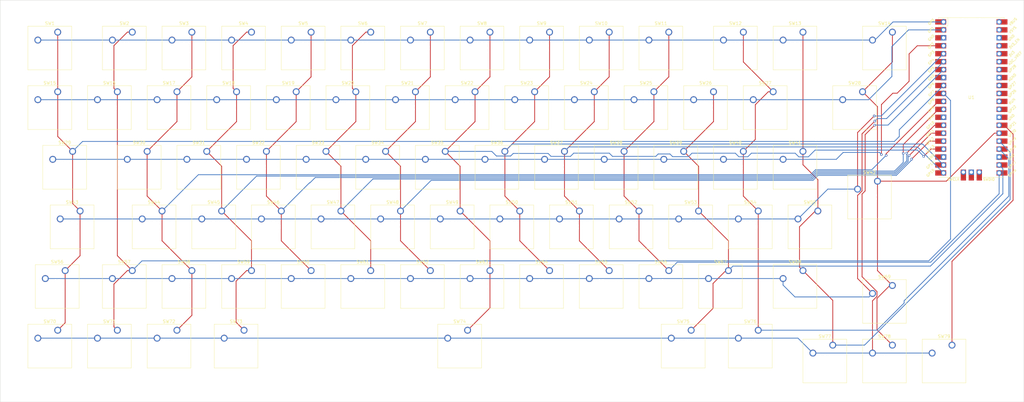
<source format=kicad_pcb>
(kicad_pcb (version 20221018) (generator pcbnew)
  (title_block (date "2023-10-21"))
  (layers (0 "F.Cu" signal) (31 "B.Cu" signal) (34 "B.Paste" user) (35 "F.Paste" user) (36 "B.SilkS" user "B.Silkscreen") (37 "F.SilkS" user "F.Silkscreen") (38 "B.Mask" user) (39 "F.Mask" user) (44 "Edge.Cuts" user))
  (net 0 "")
  (net 1 "B6")
  (net 2 "B0")
  (net 3 "B7")
  (net 4 "F0")
  (net 5 "F1")
  (net 6 "F4")
  (net 7 "F5")
  (net 8 "F6")
  (net 9 "F7")
  (net 10 "C6")
  (net 11 "C7")
  (net 12 "D0")
  (net 13 "D2")
  (net 14 "D3")
  (net 15 "D4")
  (net 16 "B1")
  (net 17 "D1")
  (net 18 "B2")
  (net 19 "B3")
  (net 20 "B4")
  (net 21 "B5")
  (net 22 "D5")
  (footprint "Button_Switch_Keyboard:SW_Cherry_MX_1.00u_PCB" (layer "F.Cu") (at 172.6375 34.525)
    (fp_text reference "SW8")
    (fp_text value "F7")
  )
  (footprint "Button_Switch_Keyboard:SW_Cherry_MX_1.00u_PCB" (layer "F.Cu") (at 320.275 134.5375)
    (fp_text reference "SW79")
    (fp_text value "RIGHT")
  )
  (footprint "Button_Switch_Keyboard:SW_Cherry_MX_1.00u_PCB" (layer "F.Cu") (at 301.225 34.525)
    (fp_text reference "SW14")
    (fp_text value "DELETE")
  )
  (footprint "Button_Switch_Keyboard:SW_Cherry_MX_1.00u_PCB" (layer "F.Cu") (at 258.3625 129.775)
    (fp_text reference "SW76")
    (fp_text value "RIGHTCTRL")
  )
  (footprint "Button_Switch_Keyboard:SW_Cherry_MX_1.00u_PCB" (layer "F.Cu") (at 53.575 53.575)
    (fp_text reference "SW16")
    (fp_text value "1")
  )
  (footprint "Button_Switch_Keyboard:SW_Cherry_MX_1.00u_PCB" (layer "F.Cu") (at 101.2 72.625)
    (fp_text reference "SW32")
    (fp_text value "E")
  )
  (footprint "Button_Switch_Keyboard:SW_Cherry_MX_1.00u_PCB" (layer "F.Cu") (at 67.8625 91.675)
    (fp_text reference "SW44")
    (fp_text value "A")
  )
  (footprint "Button_Switch_Keyboard:SW_Cherry_MX_1.00u_PCB" (layer "F.Cu") (at 110.725 53.575)
    (fp_text reference "SW19")
    (fp_text value "4")
  )
  (footprint "Button_Switch_Keyboard:SW_Cherry_MX_1.25u_PCB" (layer "F.Cu") (at 94.05625 129.775)
    (fp_text reference "SW73")
    (fp_text value "LEFTALT")
  )
  (footprint "Button_Switch_Keyboard:SW_Cherry_MX_1.00u_PCB" (layer "F.Cu") (at 172.6375 110.725)
    (fp_text reference "SW63")
    (fp_text value "N")
  )
  (footprint "Button_Switch_Keyboard:SW_Cherry_MX_2.00u_PCB" (layer "F.Cu") (at 291.7 53.575)
    (fp_text reference "SW28")
    (fp_text value "BACKSPACE")
  )
  (footprint "Button_Switch_Keyboard:SW_Cherry_MX_1.00u_PCB" (layer "F.Cu") (at 96.4375 110.725)
    (fp_text reference "SW59")
    (fp_text value "X")
  )
  (footprint "Button_Switch_Keyboard:SW_Cherry_MX_1.00u_PCB" (layer "F.Cu") (at 91.675 53.575)
    (fp_text reference "SW18")
    (fp_text value "3")
  )
  (footprint "Button_Switch_Keyboard:SW_Cherry_MX_6.25u_PCB" (layer "F.Cu") (at 165.49375 129.775)
    (fp_text reference "SW74")
    (fp_text value "SPACE")
  )
  (footprint "Button_Switch_Keyboard:SW_Cherry_MX_1.00u_PCB" (layer "F.Cu") (at 272.65 72.625)
    (fp_text reference "SW41")
    (fp_text value "RIGHTBRACE")
  )
  (footprint "Button_Switch_Keyboard:SW_Cherry_MX_1.00u_PCB" (layer "F.Cu") (at 139.3 72.625)
    (fp_text reference "SW34")
    (fp_text value "T")
  )
  (footprint "Button_Switch_Keyboard:SW_Cherry_MX_1.00u_PCB" (layer "F.Cu") (at 258.3625 91.675)
    (fp_text reference "SW54")
    (fp_text value "At")
  )
  (footprint "Button_Switch_Keyboard:SW_Cherry_MX_1.00u_PCB" (layer "F.Cu") (at 196.45 72.625)
    (fp_text reference "SW37")
    (fp_text value "I")
  )
  (footprint "Button_Switch_Keyboard:SW_Cherry_MX_1.00u_PCB" (layer "F.Cu") (at 163.1125 91.675)
    (fp_text reference "SW49")
    (fp_text value "H")
  )
  (footprint "Button_Switch_Keyboard:SW_Cherry_MX_1.00u_PCB" (layer "F.Cu") (at 215.5 72.625)
    (fp_text reference "SW38")
    (fp_text value "O")
  )
  (footprint "Button_Switch_Keyboard:SW_Cherry_MX_1.00u_PCB" (layer "F.Cu") (at 210.7375 34.525)
    (fp_text reference "SW10")
    (fp_text value "F9")
  )
  (footprint "Button_Switch_Keyboard:SW_Cherry_MX_1.00u_PCB" (layer "F.Cu") (at 248.8375 110.725)
    (fp_text reference "SW67")
    (fp_text value "SLASH")
  )
  (footprint "Button_Switch_Keyboard:SW_Cherry_MX_1.00u_PCB" (layer "F.Cu") (at 229.7875 110.725)
    (fp_text reference "SW66")
    (fp_text value "PERIOD")
  )
  (footprint "Button_Switch_Keyboard:SW_Cherry_MX_1.00u_PCB" (layer "F.Cu") (at 182.1625 91.675)
    (fp_text reference "SW50")
    (fp_text value "J")
  )
  (footprint "Button_Switch_Keyboard:SW_Cherry_MX_1.00u_PCB" (layer "F.Cu") (at 129.775 53.575)
    (fp_text reference "SW20")
    (fp_text value "5")
  )
  (footprint "Button_Switch_Keyboard:SW_Cherry_MX_1.00u_PCB" (layer "F.Cu") (at 120.25 72.625)
    (fp_text reference "SW33")
    (fp_text value "R")
  )
  (footprint "Button_Switch_Keyboard:SW_Cherry_MX_1.00u_PCB" (layer "F.Cu") (at 191.6875 34.525)
    (fp_text reference "SW9")
    (fp_text value "F8")
  )
  (footprint "Button_Switch_Keyboard:SW_Cherry_MX_1.25u_PCB" (layer "F.Cu") (at 236.93125 129.775)
    (fp_text reference "SW75")
    (fp_text value "RIGHTALT")
  )
  (footprint "pico:RPi_Pico_SMD_TH" (layer "F.Cu") (at 326.4542 55.387)
    (fp_text reference "U1")
    (fp_text value "Pico")
  )
  (footprint "Button_Switch_Keyboard:SW_Cherry_MX_1.75u_PCB" (layer "F.Cu") (at 41.66875 91.675)
    (fp_text reference "SW43")
    (fp_text value "CAPS_LOCK")
  )
  (footprint "Button_Switch_Keyboard:SW_Cherry_MX_1.00u_PCB" (layer "F.Cu") (at 225.025 53.575)
    (fp_text reference "SW25")
    (fp_text value "0")
  )
  (footprint "Button_Switch_Keyboard:SW_Cherry_MX_1.00u_PCB" (layer "F.Cu") (at 115.4875 34.525)
    (fp_text reference "SW5")
    (fp_text value "F4")
  )
  (footprint "Button_Switch_Keyboard:SW_Cherry_MX_1.00u_PCB" (layer "F.Cu") (at 63.1 72.625)
    (fp_text reference "SW30")
    (fp_text value "Q")
  )
  (footprint "Button_Switch_Keyboard:SW_Cherry_MX_1.00u_PCB" (layer "F.Cu") (at 77.3875 110.725)
    (fp_text reference "SW58")
    (fp_text value "Z")
  )
  (footprint "Button_Switch_Keyboard:SW_Cherry_MX_1.00u_PCB" (layer "F.Cu") (at 58.3375 110.725)
    (fp_text reference "SW57")
    (fp_text value "BACKSLASH")
  )
  (footprint "Button_Switch_Keyboard:SW_Cherry_MX_1.00u_PCB" (layer "F.Cu") (at 244.075 53.575)
    (fp_text reference "SW26")
    (fp_text value "MINUS")
  )
  (footprint "Button_Switch_Keyboard:SW_Cherry_MX_1.00u_PCB" (layer "F.Cu") (at 148.825 53.575)
    (fp_text reference "SW21")
    (fp_text value "6")
  )
  (footprint "Button_Switch_Keyboard:SW_Cherry_MX_1.00u_PCB" (layer "F.Cu") (at 239.3125 91.675)
    (fp_text reference "SW53")
    (fp_text value "SEMICOLON")
  )
  (footprint "Button_Switch_Keyboard:SW_Cherry_MX_1.00u_PCB" (layer "F.Cu") (at 105.9625 91.675)
    (fp_text reference "SW46")
    (fp_text value "D")
  )
  (footprint "Button_Switch_Keyboard:SW_Cherry_MX_2.00u_Vertical_PCB" (layer "F.Cu") (at 296.4625 82.15)
    (fp_text reference "SW42")
    (fp_text value "ENTER")
  )
  (footprint "Button_Switch_Keyboard:SW_Cherry_MX_1.00u_PCB" (layer "F.Cu") (at 201.2125 91.675)
    (fp_text reference "SW51")
    (fp_text value "K")
  )
  (footprint "Button_Switch_Keyboard:SW_Cherry_MX_1.50u_PCB" (layer "F.Cu") (at 272.65 110.725)
    (fp_text reference "SW68")
    (fp_text value "RIGHTSHIFT")
  )
  (footprint "Button_Switch_Keyboard:SW_Cherry_MX_1.00u_PCB" (layer "F.Cu") (at 301.225 134.5375)
    (fp_text reference "SW78")
    (fp_text value "DOWN")
  )
  (footprint "Button_Switch_Keyboard:SW_Cherry_MX_1.00u_PCB" (layer "F.Cu") (at 210.7375 110.725)
    (fp_text reference "SW65")
    (fp_text value "COMMA")
  )
  (footprint "Button_Switch_Keyboard:SW_Cherry_MX_1.00u_PCB" (layer "F.Cu") (at 186.925 53.575)
    (fp_text reference "SW23")
    (fp_text value "8")
  )
  (footprint "Button_Switch_Keyboard:SW_Cherry_MX_1.00u_PCB" (layer "F.Cu") (at 282.175 134.5375)
    (fp_text reference "SW77")
    (fp_text value "LEFT")
  )
  (footprint "Button_Switch_Keyboard:SW_Cherry_MX_1.00u_PCB" (layer "F.Cu") (at 253.6 34.525)
    (fp_text reference "SW12")
    (fp_text value "NUM_LOCK")
  )
  (footprint "Button_Switch_Keyboard:SW_Cherry_MX_1.00u_PCB" (layer "F.Cu") (at 234.55 72.625)
    (fp_text reference "SW39")
    (fp_text value "P")
  )
  (footprint "Button_Switch_Keyboard:SW_Cherry_MX_1.00u_PCB" (layer "F.Cu") (at 125.0125 91.675)
    (fp_text reference "SW47")
    (fp_text value "F")
  )
  (footprint "Button_Switch_Keyboard:SW_Cherry_MX_1.00u_PCB" (layer "F.Cu") (at 134.5375 34.525)
    (fp_text reference "SW6")
    (fp_text value "F5")
  )
  (footprint "Button_Switch_Keyboard:SW_Cherry_MX_1.00u_PCB" (layer "F.Cu") (at 144.0625 91.675)
    (fp_text reference "SW48")
    (fp_text value "G")
  )
  (footprint "Button_Switch_Keyboard:SW_Cherry_MX_1.00u_PCB" (layer "F.Cu") (at 86.9125 91.675)
    (fp_text reference "SW45")
    (fp_text value "S")
  )
  (footprint "Button_Switch_Keyboard:SW_Cherry_MX_1.25u_PCB" (layer "F.Cu") (at 36.90625 110.725)
    (fp_text reference "SW56")
    (fp_text value "LEFTSHIFT")
  )
  (footprint "Button_Switch_Keyboard:SW_Cherry_MX_1.00u_PCB" (layer "F.Cu") (at 205.975 53.575)
    (fp_text reference "SW24")
    (fp_text value "9")
  )
  (footprint "Button_Switch_Keyboard:SW_Cherry_MX_1.00u_PCB" (layer "F.Cu") (at 263.125 53.575)
    (fp_text reference "SW27")
    (fp_text value "PLUS")
  )
  (footprint "Button_Switch_Keyboard:SW_Cherry_MX_1.00u_PCB" (layer "F.Cu") (at 115.4875 110.725)
    (fp_text reference "SW60")
    (fp_text value "C")
  )
  (footprint "Button_Switch_Keyboard:SW_Cherry_MX_1.00u_PCB" (layer "F.Cu") (at 229.7875 34.525)
    (fp_text reference "SW11")
    (fp_text value "F10")
  )
  (footprint "Button_Switch_Keyboard:SW_Cherry_MX_1.00u_PCB" (layer "F.Cu") (at 82.15 72.625)
    (fp_text reference "SW31")
    (fp_text value "W")
  )
  (footprint "Button_Switch_Keyboard:SW_Cherry_MX_1.00u_PCB" (layer "F.Cu") (at 177.4 72.625)
    (fp_text reference "SW36")
    (fp_text value "U")
  )
  (footprint "Button_Switch_Keyboard:SW_Cherry_MX_1.00u_PCB" (layer "F.Cu") (at 96.4375 34.525)
    (fp_text reference "SW4")
    (fp_text value "F3")
  )
  (footprint "Button_Switch_Keyboard:SW_Cherry_MX_1.00u_PCB" (layer "F.Cu") (at 72.625 129.775)
    (fp_text reference "SW72")
    (fp_text value "OS")
  )
  (footprint "Button_Switch_Keyboard:SW_Cherry_MX_1.50u_PCB" (layer "F.Cu") (at 39.2875 72.625)
    (fp_text reference "SW29")
    (fp_text value "TAB")
  )
  (footprint "Button_Switch_Keyboard:SW_Cherry_MX_1.00u_PCB" (layer "F.Cu") (at 34.525 129.775)
    (fp_text reference "SW70")
    (fp_text value "LEFTCTRL")
  )
  (footprint "Button_Switch_Keyboard:SW_Cherry_MX_1.00u_PCB" (layer "F.Cu") (at 34.525 34.525)
    (fp_text reference "SW1")
    (fp_text value "ESC")
  )
  (footprint "Button_Switch_Keyboard:SW_Cherry_MX_1.00u_PCB" (layer "F.Cu") (at 253.6 72.625)
    (fp_text reference "SW40")
    (fp_text value "LEFTBRACE")
  )
  (footprint "Button_Switch_Keyboard:SW_Cherry_MX_1.00u_PCB" (layer "F.Cu") (at 301.225 115.4875)
    (fp_text reference "SW69")
    (fp_text value "UP")
  )
  (footprint "Button_Switch_Keyboard:SW_Cherry_MX_1.00u_PCB" (layer "F.Cu") (at 34.525 53.575)
    (fp_text reference "SW15")
    (fp_text value "BACKTICK")
  )
  (footprint "Button_Switch_Keyboard:SW_Cherry_MX_1.00u_PCB" (layer "F.Cu") (at 53.575 129.775)
    (fp_text reference "SW71")
    (fp_text value "FN")
  )
  (footprint "Button_Switch_Keyboard:SW_Cherry_MX_1.00u_PCB" (layer "F.Cu") (at 277.4125 91.675)
    (fp_text reference "SW55")
    (fp_text value "POUND")
  )
  (footprint "Button_Switch_Keyboard:SW_Cherry_MX_1.00u_PCB" (layer "F.Cu") (at 158.35 72.625)
    (fp_text reference "SW35")
    (fp_text value "Y")
  )
  (footprint "Button_Switch_Keyboard:SW_Cherry_MX_1.00u_PCB" (layer "F.Cu") (at 167.875 53.575)
    (fp_text reference "SW22")
    (fp_text value "7")
  )
  (footprint "Button_Switch_Keyboard:SW_Cherry_MX_1.00u_PCB" (layer "F.Cu") (at 153.5875 110.725)
    (fp_text reference "SW62")
    (fp_text value "B")
  )
  (footprint "Button_Switch_Keyboard:SW_Cherry_MX_1.00u_PCB" (layer "F.Cu") (at 58.3375 34.525)
    (fp_text reference "SW2")
    (fp_text value "F1")
  )
  (footprint "Button_Switch_Keyboard:SW_Cherry_MX_1.00u_PCB" (layer "F.Cu") (at 191.6875 110.725)
    (fp_text reference "SW64")
    (fp_text value "M")
  )
  (footprint "Button_Switch_Keyboard:SW_Cherry_MX_1.00u_PCB" (layer "F.Cu") (at 153.5875 34.525)
    (fp_text reference "SW7")
    (fp_text value "F6")
  )
  (footprint "Button_Switch_Keyboard:SW_Cherry_MX_1.00u_PCB" (layer "F.Cu") (at 220.2625 91.675)
    (fp_text reference "SW52")
    (fp_text value "L")
  )
  (footprint "Button_Switch_Keyboard:SW_Cherry_MX_1.00u_PCB" (layer "F.Cu") (at 134.5375 110.725)
    (fp_text reference "SW61")
    (fp_text value "V")
  )
  (footprint "Button_Switch_Keyboard:SW_Cherry_MX_1.00u_PCB" (layer "F.Cu") (at 77.3875 34.525)
    (fp_text reference "SW3")
    (fp_text value "F2")
  )
  (footprint "Button_Switch_Keyboard:SW_Cherry_MX_1.00u_PCB" (layer "F.Cu") (at 72.625 53.575)
    (fp_text reference "SW17")
    (fp_text value "2")
  )
  (footprint "Button_Switch_Keyboard:SW_Cherry_MX_1.00u_PCB" (layer "F.Cu") (at 272.65 34.525)
    (fp_text reference "SW13")
    (fp_text value "PrtScr")
  )
  (gr_rect (start 16.129 24.3078) (end 343.2556 152.7048) (stroke (width 0.1)) (fill none) (layer "Edge.Cuts"))
  (segment (start 36.90625 127.39375) (end 34.525 129.775) (width 0.25) (layer "F.Cu") (net 1))
  (segment (start 36.90625 110.725) (end 36.90625 127.39375) (width 0.25) (layer "F.Cu") (net 1))
  (segment (start 34.525 67.8625) (end 39.2875 72.625) (width 0.25) (layer "F.Cu") (net 1))
  (segment (start 34.525 53.575) (end 34.525 67.8625) (width 0.25) (layer "F.Cu") (net 1))
  (segment (start 41.66875 91.675) (end 41.66875 105.9625) (width 0.25) (layer "F.Cu") (net 1))
  (segment (start 39.2875 89.29375) (end 41.66875 91.675) (width 0.25) (layer "F.Cu") (net 1))
  (segment (start 34.525 34.525) (end 34.525 53.575) (width 0.25) (layer "F.Cu") (net 1))
  (segment (start 41.66875 105.9625) (end 36.90625 110.725) (width 0.25) (layer "F.Cu") (net 1))
  (segment (start 39.2875 72.625) (end 39.2875 89.29375) (width 0.25) (layer "F.Cu") (net 1))
  (segment (start 303.435 65.7062) (end 303.435 67.878757) (width 0.25) (layer "B.Cu") (net 1))
  (segment (start 42.4689 69.4436) (end 39.2875 72.625) (width 0.25) (layer "B.Cu") (net 1))
  (segment (start 301.870157 69.4436) (end 42.4689 69.4436) (width 0.25) (layer "B.Cu") (net 1))
  (segment (start 317.5642 51.577) (end 303.435 65.7062) (width 0.25) (layer "B.Cu") (net 1))
  (segment (start 303.435 67.878757) (end 301.870157 69.4436) (width 0.25) (layer "B.Cu") (net 1))
  (segment (start 295.6242 37.065) (end 294.875 37.065) (width 0.25) (layer "B.Cu") (net 2))
  (segment (start 301.4322 31.257) (end 295.6242 37.065) (width 0.25) (layer "B.Cu") (net 2))
  (segment (start 317.5642 31.257) (end 301.4322 31.257) (width 0.25) (layer "B.Cu") (net 2))
  (segment (start 28.175 37.065) (end 294.875 37.065) (width 0.25) (layer "B.Cu") (net 2))
  (segment (start 53.575 105.9625) (end 53.575 53.575) (width 0.25) (layer "F.Cu") (net 3))
  (segment (start 52.475001 128.675001) (end 52.475001 115.031865) (width 0.25) (layer "F.Cu") (net 3))
  (segment (start 58.3375 110.725) (end 53.575 105.9625) (width 0.25) (layer "F.Cu") (net 3))
  (segment (start 52.475001 52.475001) (end 52.475001 38.831865) (width 0.25) (layer "F.Cu") (net 3))
  (segment (start 52.475001 38.831865) (end 56.781866 34.525) (width 0.25) (layer "F.Cu") (net 3))
  (segment (start 56.781866 110.725) (end 58.3375 110.725) (width 0.25) (layer "F.Cu") (net 3))
  (segment (start 56.781866 34.525) (end 58.3375 34.525) (width 0.25) (layer "F.Cu") (net 3))
  (segment (start 52.475001 115.031865) (end 56.781866 110.725) (width 0.25) (layer "F.Cu") (net 3))
  (segment (start 53.575 53.575) (end 52.475001 52.475001) (width 0.25) (layer "F.Cu") (net 3))
  (segment (start 53.575 129.775) (end 52.475001 128.675001) (width 0.25) (layer "F.Cu") (net 3))
  (segment (start 61.4609 107.6016) (end 58.3375 110.725) (width 0.25) (layer "B.Cu") (net 3))
  (segment (start 319.8114 100.6348) (end 312.8446 107.6016) (width 0.25) (layer "B.Cu") (net 3))
  (segment (start 319.8114 56.3642) (end 319.8114 100.6348) (width 0.25) (layer "B.Cu") (net 3))
  (segment (start 312.8446 107.6016) (end 61.4609 107.6016) (width 0.25) (layer "B.Cu") (net 3))
  (segment (start 317.5642 54.117) (end 319.8114 56.3642) (width 0.25) (layer "B.Cu") (net 3))
  (segment (start 299.2374 73.3738) (end 315.9542 56.657) (width 0.25) (layer "F.Cu") (net 4))
  (segment (start 72.625 63.1) (end 63.1 72.625) (width 0.25) (layer "F.Cu") (net 4))
  (segment (start 299.2374 73.914) (end 299.2374 73.3738) (width 0.25) (layer "F.Cu") (net 4))
  (segment (start 72.625 53.575) (end 72.625 63.1) (width 0.25) (layer "F.Cu") (net 4))
  (segment (start 77.3875 110.725) (end 77.3875 125.0125) (width 0.25) (layer "F.Cu") (net 4))
  (segment (start 77.3875 48.8125) (end 72.625 53.575) (width 0.25) (layer "F.Cu") (net 4))
  (segment (start 67.8625 101.2) (end 77.3875 110.725) (width 0.25) (layer "F.Cu") (net 4))
  (segment (start 67.8625 91.675) (end 67.8625 101.2) (width 0.25) (layer "F.Cu") (net 4))
  (segment (start 63.1 86.9125) (end 67.8625 91.675) (width 0.25) (layer "F.Cu") (net 4))
  (segment (start 315.9542 56.657) (end 317.5642 56.657) (width 0.25) (layer "F.Cu") (net 4))
  (segment (start 63.1 72.625) (end 63.1 86.9125) (width 0.25) (layer "F.Cu") (net 4))
  (segment (start 77.3875 125.0125) (end 72.625 129.775) (width 0.25) (layer "F.Cu") (net 4))
  (segment (start 77.3875 34.525) (end 77.3875 48.8125) (width 0.25) (layer "F.Cu") (net 4))
  (via (at 299.2374 73.914) (size 0.8) (drill 0.4) (layers "F.Cu" "B.Cu") (net 4))
  (segment (start 294.64 78.486) (end 276.679408 78.486) (width 0.25) (layer "B.Cu") (net 4))
  (segment (start 275.085408 80.08) (end 79.4575 80.08) (width 0.25) (layer "B.Cu") (net 4))
  (segment (start 299.212 73.914) (end 299.2374 73.914) (width 0.25) (layer "B.Cu") (net 4))
  (segment (start 299.2374 73.914) (end 299.2374 73.8886) (width 0.25) (layer "B.Cu") (net 4))
  (segment (start 276.679408 78.486) (end 275.085408 80.08) (width 0.25) (layer "B.Cu") (net 4))
  (segment (start 299.212 73.914) (end 299.212 73.914) (width 0.25) (layer "B.Cu") (net 4))
  (segment (start 79.4575 80.08) (end 67.8625 91.675) (width 0.25) (layer "B.Cu") (net 4))
  (segment (start 299.2374 73.8886) (end 294.64 78.486) (width 0.25) (layer "B.Cu") (net 4))
  (segment (start 315.9542 59.197) (end 317.5642 59.197) (width 0.25) (layer "F.Cu") (net 5))
  (segment (start 304.6984 70.4528) (end 315.9542 59.197) (width 0.25) (layer "F.Cu") (net 5))
  (segment (start 86.9125 77.3875) (end 82.15 72.625) (width 0.25) (layer "F.Cu") (net 5))
  (segment (start 304.6984 73.2536) (end 304.6984 70.4528) (width 0.25) (layer "F.Cu") (net 5))
  (segment (start 90.575001 38.831865) (end 94.881866 34.525) (width 0.25) (layer "F.Cu") (net 5))
  (segment (start 91.5225 114.084366) (end 94.881866 110.725) (width 0.25) (layer "F.Cu") (net 5))
  (segment (start 94.881866 34.525) (end 96.4375 34.525) (width 0.25) (layer "F.Cu") (net 5))
  (segment (start 96.4375 101.2) (end 86.9125 91.675) (width 0.25) (layer "F.Cu") (net 5))
  (segment (start 82.15 72.625) (end 91.675 63.1) (width 0.25) (layer "F.Cu") (net 5))
  (segment (start 86.9125 91.675) (end 86.9125 77.3875) (width 0.25) (layer "F.Cu") (net 5))
  (segment (start 91.675 53.575) (end 90.575001 52.475001) (width 0.25) (layer "F.Cu") (net 5))
  (segment (start 91.675 63.1) (end 91.675 53.575) (width 0.25) (layer "F.Cu") (net 5))
  (segment (start 94.881866 110.725) (end 96.4375 110.725) (width 0.25) (layer "F.Cu") (net 5))
  (segment (start 94.05625 129.775) (end 91.5225 127.24125) (width 0.25) (layer "F.Cu") (net 5))
  (segment (start 91.5225 127.24125) (end 91.5225 114.084366) (width 0.25) (layer "F.Cu") (net 5))
  (segment (start 96.4375 110.725) (end 96.4375 101.2) (width 0.25) (layer "F.Cu") (net 5))
  (segment (start 90.575001 52.475001) (end 90.575001 38.831865) (width 0.25) (layer "F.Cu") (net 5))
  (via (at 304.6984 73.2536) (size 0.8) (drill 0.4) (layers "F.Cu" "B.Cu") (net 5))
  (segment (start 301.915257 78.936) (end 276.865804 78.936) (width 0.25) (layer "B.Cu") (net 5))
  (segment (start 304.6984 73.2536) (end 304.6984 76.152857) (width 0.25) (layer "B.Cu") (net 5))
  (segment (start 276.865804 78.936) (end 275.271804 80.53) (width 0.25) (layer "B.Cu") (net 5))
  (segment (start 304.6984 73.279) (end 304.6984 73.2536) (width 0.25) (layer "B.Cu") (net 5))
  (segment (start 275.271804 80.53) (end 98.0575 80.53) (width 0.25) (layer "B.Cu") (net 5))
  (segment (start 304.6984 76.152857) (end 301.915257 78.936) (width 0.25) (layer "B.Cu") (net 5))
  (segment (start 98.0575 80.53) (end 86.9125 91.675) (width 0.25) (layer "B.Cu") (net 5))
  (segment (start 105.9625 101.2) (end 115.4875 110.725) (width 0.25) (layer "F.Cu") (net 6))
  (segment (start 305.816 73.1774) (end 314.7164 64.277) (width 0.25) (layer "F.Cu") (net 6))
  (segment (start 115.4875 34.525) (end 115.4875 48.8125) (width 0.25) (layer "F.Cu") (net 6))
  (segment (start 110.725 53.575) (end 110.725 63.1) (width 0.25) (layer "F.Cu") (net 6))
  (segment (start 105.9625 91.675) (end 105.9625 101.2) (width 0.25) (layer "F.Cu") (net 6))
  (segment (start 101.2 86.9125) (end 105.9625 91.675) (width 0.25) (layer "F.Cu") (net 6))
  (segment (start 101.2 72.625) (end 101.2 86.9125) (width 0.25) (layer "F.Cu") (net 6))
  (segment (start 110.725 63.1) (end 101.2 72.625) (width 0.25) (layer "F.Cu") (net 6))
  (segment (start 115.4875 48.8125) (end 110.725 53.575) (width 0.25) (layer "F.Cu") (net 6))
  (segment (start 314.7164 64.277) (end 317.5642 64.277) (width 0.25) (layer "F.Cu") (net 6))
  (via (at 305.816 73.1774) (size 0.8) (drill 0.4) (layers "F.Cu" "B.Cu") (net 6))
  (segment (start 116.8098 80.98) (end 115.1128 82.677) (width 0.25) (layer "B.Cu") (net 6))
  (segment (start 305.816 73.2028) (end 305.816 73.1774) (width 0.25) (layer "B.Cu") (net 6))
  (segment (start 275.4582 80.98) (end 116.8098 80.98) (width 0.25) (layer "B.Cu") (net 6))
  (segment (start 277.0522 79.386) (end 275.4582 80.98) (width 0.25) (layer "B.Cu") (net 6))
  (segment (start 302.101653 79.386) (end 277.0522 79.386) (width 0.25) (layer "B.Cu") (net 6))
  (segment (start 305.816 75.671653) (end 302.101653 79.386) (width 0.25) (layer "B.Cu") (net 6))
  (segment (start 115.1128 82.677) (end 114.9605 82.677) (width 0.25) (layer "B.Cu") (net 6))
  (segment (start 114.9605 82.677) (end 105.9625 91.675) (width 0.25) (layer "B.Cu") (net 6))
  (segment (start 305.816 73.1774) (end 305.816 75.671653) (width 0.25) (layer "B.Cu") (net 6))
  (segment (start 125.0125 91.675) (end 125.0125 77.3875) (width 0.25) (layer "F.Cu") (net 7))
  (segment (start 120.25 72.625) (end 129.775 63.1) (width 0.25) (layer "F.Cu") (net 7))
  (segment (start 129.775 53.575) (end 128.675001 52.475001) (width 0.25) (layer "F.Cu") (net 7))
  (segment (start 132.981866 34.525) (end 134.5375 34.525) (width 0.25) (layer "F.Cu") (net 7))
  (segment (start 125.0125 77.3875) (end 120.25 72.625) (width 0.25) (layer "F.Cu") (net 7))
  (segment (start 128.675001 38.831865) (end 132.981866 34.525) (width 0.25) (layer "F.Cu") (net 7))
  (segment (start 129.775 63.1) (end 129.775 53.575) (width 0.25) (layer "F.Cu") (net 7))
  (segment (start 128.675001 52.475001) (end 128.675001 38.831865) (width 0.25) (layer "F.Cu") (net 7))
  (segment (start 306.5405 73.992501) (end 313.716001 66.817) (width 0.25) (layer "F.Cu") (net 7))
  (segment (start 313.716001 66.817) (end 317.5642 66.817) (width 0.25) (layer "F.Cu") (net 7))
  (segment (start 134.5375 101.2) (end 125.0125 91.675) (width 0.25) (layer "F.Cu") (net 7))
  (segment (start 134.5375 110.725) (end 134.5375 101.2) (width 0.25) (layer "F.Cu") (net 7))
  (via (at 306.5405 73.992501) (size 0.8) (drill 0.4) (layers "F.Cu" "B.Cu") (net 7))
  (segment (start 306.266 74.267001) (end 306.266 75.858049) (width 0.25) (layer "B.Cu") (net 7))
  (segment (start 275.642196 81.4324) (end 135.2551 81.4324) (width 0.25) (layer "B.Cu") (net 7))
  (segment (start 306.266 75.858049) (end 302.288049 79.836) (width 0.25) (layer "B.Cu") (net 7))
  (segment (start 277.238596 79.836) (end 275.642196 81.4324) (width 0.25) (layer "B.Cu") (net 7))
  (segment (start 302.288049 79.836) (end 277.238596 79.836) (width 0.25) (layer "B.Cu") (net 7))
  (segment (start 135.2551 81.4324) (end 125.0125 91.675) (width 0.25) (layer "B.Cu") (net 7))
  (segment (start 306.5405 73.992501) (end 306.266 74.267001) (width 0.25) (layer "B.Cu") (net 7))
  (segment (start 148.825 63.1) (end 139.3 72.625) (width 0.25) (layer "F.Cu") (net 8))
  (segment (start 144.0625 77.3875) (end 144.0625 91.675) (width 0.25) (layer "F.Cu") (net 8))
  (segment (start 139.3 72.625) (end 144.0625 77.3875) (width 0.25) (layer "F.Cu") (net 8))
  (segment (start 144.0625 101.2) (end 153.5875 110.725) (width 0.25) (layer "F.Cu") (net 8))
  (segment (start 144.0625 91.675) (end 144.0625 101.2) (width 0.25) (layer "F.Cu") (net 8))
  (segment (start 148.825 53.575) (end 148.825 63.1) (width 0.25) (layer "F.Cu") (net 8))
  (segment (start 153.5875 48.8125) (end 148.825 53.575) (width 0.25) (layer "F.Cu") (net 8))
  (segment (start 153.5875 34.525) (end 153.5875 48.8125) (width 0.25) (layer "F.Cu") (net 8))
  (segment (start 313.1162 69.357) (end 317.5642 69.357) (width 0.25) (layer "F.Cu") (net 8))
  (segment (start 307.3908 75.0824) (end 313.1162 69.357) (width 0.25) (layer "F.Cu") (net 8))
  (via (at 307.3908 75.0824) (size 0.8) (drill 0.4) (layers "F.Cu" "B.Cu") (net 8))
  (segment (start 275.8512 81.8824) (end 153.8551 81.8824) (width 0.25) (layer "B.Cu") (net 8))
  (segment (start 277.4476 80.286) (end 275.8512 81.8824) (width 0.25) (layer "B.Cu") (net 8))
  (segment (start 153.8551 81.8824) (end 144.0625 91.675) (width 0.25) (layer "B.Cu") (net 8))
  (segment (start 307.4162 75.344245) (end 302.474445 80.286) (width 0.25) (layer "B.Cu") (net 8))
  (segment (start 302.474445 80.286) (end 277.4476 80.286) (width 0.25) (layer "B.Cu") (net 8))
  (segment (start 307.3908 75.0824) (end 307.4162 75.344245) (width 0.25) (layer "B.Cu") (net 8))
  (segment (start 307.4162 75.0824) (end 307.3908 75.0824) (width 0.25) (layer "B.Cu") (net 8))
  (segment (start 172.6375 101.2) (end 163.1125 91.675) (width 0.25) (layer "F.Cu") (net 9))
  (segment (start 313.548 71.897) (end 317.5642 71.897) (width 0.25) (layer "F.Cu") (net 9))
  (segment (start 172.6375 110.725) (end 172.6375 101.2) (width 0.25) (layer "F.Cu") (net 9))
  (segment (start 158.35 72.625) (end 167.875 63.1) (width 0.25) (layer "F.Cu") (net 9))
  (segment (start 163.1125 77.3875) (end 158.35 72.625) (width 0.25) (layer "F.Cu") (net 9))
  (segment (start 172.6375 48.8125) (end 172.6375 34.525) (width 0.25) (layer "F.Cu") (net 9))
  (segment (start 167.875 63.1) (end 167.875 53.575) (width 0.25) (layer "F.Cu") (net 9))
  (segment (start 167.875 53.575) (end 172.6375 48.8125) (width 0.25) (layer "F.Cu") (net 9))
  (segment (start 165.49375 129.775) (end 172.6375 122.63125) (width 0.25) (layer "F.Cu") (net 9))
  (segment (start 311.233801 74.211199) (end 313.548 71.897) (width 0.25) (layer "F.Cu") (net 9))
  (segment (start 172.6375 122.63125) (end 172.6375 110.725) (width 0.25) (layer "F.Cu") (net 9))
  (segment (start 163.1125 91.675) (end 163.1125 77.3875) (width 0.25) (layer "F.Cu") (net 9))
  (via (at 311.233801 74.211199) (size 0.8) (drill 0.4) (layers "F.Cu" "B.Cu") (net 9))
  (segment (start 225.6282 74.2188) (end 211.7852 74.2188) (width 0.25) (layer "B.Cu") (net 9))
  (segment (start 304.546 72.2122) (end 304.546 72.2122) (width 0.25) (layer "B.Cu") (net 9))
  (segment (start 226.3902 73.4568) (end 225.6282 74.2188) (width 0.25) (layer "B.Cu") (net 9))
  (segment (start 236.0676 74.3204) (end 231.013 74.3204) (width 0.25) (layer "B.Cu") (net 9))
  (segment (start 251.040655 73.215255) (end 237.172745 73.215255) (width 0.25) (layer "B.Cu") (net 9))
  (segment (start 230.1494 73.4568) (end 226.3902 73.4568) (width 0.25) (layer "B.Cu") (net 9))
  (segment (start 274.3708 74.3712) (end 271.3228 74.3712) (width 0.25) (layer "B.Cu") (net 9))
  (segment (start 211.7852 74.2188) (end 210.7692 73.2028) (width 0.25) (layer "B.Cu") (net 9))
  (segment (start 270.166855 73.215255) (end 256.171945 73.215255) (width 0.25) (layer "B.Cu") (net 9))
  (segment (start 252.1712 74.3458) (end 251.040655 73.215255) (width 0.25) (layer "B.Cu") (net 9))
  (segment (start 173.209 72.625) (end 158.35 72.625) (width 0.25) (layer "B.Cu") (net 9))
  (segment (start 191.2112 73.279) (end 180.086 73.279) (width 0.25) (layer "B.Cu") (net 9))
  (segment (start 255.0414 74.3458) (end 252.1712 74.3458) (width 0.25) (layer "B.Cu") (net 9))
  (segment (start 237.172745 73.215255) (end 236.0676 74.3204) (width 0.25) (layer "B.Cu") (net 9))
  (segment (start 192.151 74.2188) (end 191.2112 73.279) (width 0.25) (layer "B.Cu") (net 9))
  (segment (start 198.374 74.2188) (end 192.151 74.2188) (width 0.25) (layer "B.Cu") (net 9))
  (segment (start 256.171945 73.215255) (end 255.0414 74.3458) (width 0.25) (layer "B.Cu") (net 9))
  (segment (start 271.3228 74.3712) (end 270.166855 73.215255) (width 0.25) (layer "B.Cu") (net 9))
  (segment (start 199.39 73.2028) (end 198.374 74.2188) (width 0.25) (layer "B.Cu") (net 9))
  (segment (start 174.7012 74.1172) (end 173.209 72.625) (width 0.25) (layer "B.Cu") (net 9))
  (segment (start 231.013 74.3204) (end 230.1494 73.4568) (width 0.25) (layer "B.Cu") (net 9))
  (segment (start 180.086 73.279) (end 179.2478 74.1172) (width 0.25) (layer "B.Cu") (net 9))
  (segment (start 276.5115 72.2305) (end 274.3708 74.3712) (width 0.25) (layer "B.Cu") (net 9))
  (segment (start 179.2478 74.1172) (end 174.7012 74.1172) (width 0.25) (layer "B.Cu") (net 9))
  (segment (start 309.253102 72.2305) (end 276.5115 72.2305) (width 0.25) (layer "B.Cu") (net 9))
  (segment (start 311.233801 74.211199) (end 309.253102 72.2305) (width 0.25) (layer "B.Cu") (net 9))
  (segment (start 210.7692 73.2028) (end 199.39 73.2028) (width 0.25) (layer "B.Cu") (net 9))
  (segment (start 182.1625 101.2) (end 191.6875 110.725) (width 0.25) (layer "F.Cu") (net 10))
  (segment (start 182.1625 91.675) (end 182.1625 101.2) (width 0.25) (layer "F.Cu") (net 10))
  (segment (start 186.925 53.575) (end 186.925 63.1) (width 0.25) (layer "F.Cu") (net 10))
  (segment (start 186.925 63.1) (end 177.4 72.625) (width 0.25) (layer "F.Cu") (net 10))
  (segment (start 177.4 72.625) (end 177.4 86.9125) (width 0.25) (layer "F.Cu") (net 10))
  (segment (start 191.6875 34.525) (end 191.6875 48.8125) (width 0.25) (layer "F.Cu") (net 10))
  (segment (start 177.4 86.9125) (end 182.1625 91.675) (width 0.25) (layer "F.Cu") (net 10))
  (segment (start 191.6875 48.8125) (end 186.925 53.575) (width 0.25) (layer "F.Cu") (net 10))
  (segment (start 179.7432 70.2818) (end 177.4 72.625) (width 0.25) (layer "B.Cu") (net 10))
  (segment (start 317.5642 76.977) (end 310.869 70.2818) (width 0.25) (layer "B.Cu") (net 10))
  (segment (start 310.869 70.2818) (end 179.7432 70.2818) (width 0.25) (layer "B.Cu") (net 10))
  (segment (start 196.45 86.9125) (end 196.45 72.625) (width 0.25) (layer "F.Cu") (net 11))
  (segment (start 210.7375 48.8125) (end 210.7375 34.525) (width 0.25) (layer "F.Cu") (net 11))
  (segment (start 201.2125 101.2) (end 201.2125 91.675) (width 0.25) (layer "F.Cu") (net 11))
  (segment (start 201.2125 91.675) (end 196.45 86.9125) (width 0.25) (layer "F.Cu") (net 11))
  (segment (start 210.7375 110.725) (end 201.2125 101.2) (width 0.25) (layer "F.Cu") (net 11))
  (segment (start 205.975 53.575) (end 210.7375 48.8125) (width 0.25) (layer "F.Cu") (net 11))
  (segment (start 196.45 72.625) (end 205.975 63.1) (width 0.25) (layer "F.Cu") (net 11))
  (segment (start 205.975 63.1) (end 205.975 53.575) (width 0.25) (layer "F.Cu") (net 11))
  (segment (start 197.875 71.2) (end 196.45 72.625) (width 0.25) (layer "B.Cu") (net 11))
  (segment (start 309.2472 71.2) (end 197.875 71.2) (width 0.25) (layer "B.Cu") (net 11))
  (segment (start 317.5642 79.517) (end 309.2472 71.2) (width 0.25) (layer "B.Cu") (net 11))
  (segment (start 215.5 86.9125) (end 220.2625 91.675) (width 0.25) (layer "F.Cu") (net 12))
  (segment (start 225.025 53.575) (end 225.025 63.1) (width 0.25) (layer "F.Cu") (net 12))
  (segment (start 229.7875 48.8125) (end 225.025 53.575) (width 0.25) (layer "F.Cu") (net 12))
  (segment (start 220.2625 101.2) (end 229.7875 110.725) (width 0.25) (layer "F.Cu") (net 12))
  (segment (start 215.5 72.625) (end 215.5 86.9125) (width 0.25) (layer "F.Cu") (net 12))
  (segment (start 229.7875 34.525) (end 229.7875 48.8125) (width 0.25) (layer "F.Cu") (net 12))
  (segment (start 225.025 63.1) (end 215.5 72.625) (width 0.25) (layer "F.Cu") (net 12))
  (segment (start 220.2625 91.675) (end 220.2625 101.2) (width 0.25) (layer "F.Cu") (net 12))
  (segment (start 313.4614 108.0516) (end 335.3442 86.1688) (width 0.25) (layer "B.Cu") (net 12))
  (segment (start 232.4609 108.0516) (end 313.4614 108.0516) (width 0.25) (layer "B.Cu") (net 12))
  (segment (start 229.7875 110.725) (end 232.4609 108.0516) (width 0.25) (layer "B.Cu") (net 12))
  (segment (start 335.3442 86.1688) (end 335.3442 79.517) (width 0.25) (layer "B.Cu") (net 12))
  (segment (start 263.125 53.575) (end 261.569366 53.575) (width 0.25) (layer "F.Cu") (net 13))
  (segment (start 257.429 68.796) (end 253.6 72.625) (width 0.25) (layer "F.Cu") (net 13))
  (segment (start 253.6 86.9125) (end 258.3625 91.675) (width 0.25) (layer "F.Cu") (net 13))
  (segment (start 261.569366 53.575) (end 257.429 57.715366) (width 0.25) (layer "F.Cu") (net 13))
  (segment (start 258.3625 91.675) (end 258.3625 129.775) (width 0.25) (layer "F.Cu") (net 13))
  (segment (start 253.6 34.525) (end 253.6 44.05) (width 0.25) (layer "F.Cu") (net 13))
  (segment (start 253.6 44.05) (end 263.125 53.575) (width 0.25) (layer "F.Cu") (net 13))
  (segment (start 257.429 57.715366) (end 257.429 68.796) (width 0.25) (layer "F.Cu") (net 13))
  (segment (start 253.6 72.625) (end 253.6 86.9125) (width 0.25) (layer "F.Cu") (net 13))
  (segment (start 304.99 121.074912) (end 304.99 120.3584) (width 0.25) (layer "B.Cu") (net 13))
  (segment (start 296.289912 129.775) (end 304.99 121.074912) (width 0.25) (layer "B.Cu") (net 13))
  (segment (start 338.4042 86.9442) (end 338.4042 74.957) (width 0.25) (layer "B.Cu") (net 13))
  (segment (start 258.3625 129.775) (end 296.289912 129.775) (width 0.25) (layer "B.Cu") (net 13))
  (segment (start 304.99 120.3584) (end 338.4042 86.9442) (width 0.25) (layer "B.Cu") (net 13))
  (segment (start 338.4042 74.957) (end 335.3442 71.897) (width 0.25) (layer "B.Cu") (net 13))
  (segment (start 272.65 72.625) (end 272.65 76.897412) (width 0.25) (layer "F.Cu") (net 14))
  (segment (start 272.65 110.725) (end 271.550001 109.625001) (width 0.25) (layer "F.Cu") (net 14))
  (segment (start 276.593743 91.675) (end 277.4125 91.675) (width 0.25) (layer "F.Cu") (net 14))
  (segment (start 271.550001 109.625001) (end 271.550001 96.718742) (width 0.25) (layer "F.Cu") (net 14))
  (segment (start 282.175 134.5375) (end 282.175 120.25) (width 0.25) (layer "F.Cu") (net 14))
  (segment (start 282.175 120.25) (end 272.65 110.725) (width 0.25) (layer "F.Cu") (net 14))
  (segment (start 277.4125 81.659912) (end 277.4125 91.675) (width 0.25) (layer "F.Cu") (net 14))
  (segment (start 272.65 34.525) (end 272.65 72.625) (width 0.25) (layer "F.Cu") (net 14))
  (segment (start 272.65 76.897412) (end 277.4125 81.659912) (width 0.25) (layer "F.Cu") (net 14))
  (segment (start 271.550001 96.718742) (end 276.593743 91.675) (width 0.25) (layer "F.Cu") (net 14))
  (segment (start 282.175 134.5375) (end 292.3349 134.5375) (width 0.25) (layer "B.Cu") (net 14))
  (segment (start 338.8542 88.0182) (end 338.8542 72.867) (width 0.25) (layer "B.Cu") (net 14))
  (segment (start 292.3349 134.5375) (end 338.8542 88.0182) (width 0.25) (layer "B.Cu") (net 14))
  (segment (start 338.8542 72.867) (end 335.3442 69.357) (width 0.25) (layer "B.Cu") (net 14))
  (segment (start 296.4625 58.3375) (end 291.7 53.575) (width 0.25) (layer "F.Cu") (net 15))
  (segment (start 301.225 115.4875) (end 296.4625 110.725) (width 0.25) (layer "F.Cu") (net 15))
  (segment (start 296.4625 82.15) (end 296.4625 58.3375) (width 0.25) (layer "F.Cu") (net 15))
  (segment (start 335.3442 66.817) (end 333.8172 66.817) (width 0.25) (layer "F.Cu") (net 15))
  (segment (start 301.225 134.5375) (end 296.31 129.6225) (width 0.25) (layer "F.Cu") (net 15))
  (segment (start 296.4625 110.725) (end 296.4625 82.15) (width 0.25) (layer "F.Cu") (net 15))
  (segment (start 296.31 119.583743) (end 300.406243 115.4875) (width 0.25) (layer "F.Cu") (net 15))
  (segment (start 333.8172 66.817) (end 318.4842 82.15) (width 0.25) (layer "F.Cu") (net 15))
  (segment (start 296.31 129.6225) (end 296.31 119.583743) (width 0.25) (layer "F.Cu") (net 15))
  (segment (start 318.4842 82.15) (end 296.4625 82.15) (width 0.25) (layer "F.Cu") (net 15))
  (segment (start 291.7 53.575) (end 301.225 44.05) (width 0.25) (layer "F.Cu") (net 15))
  (segment (start 301.225 44.05) (end 301.225 34.525) (width 0.25) (layer "F.Cu") (net 15))
  (segment (start 300.406243 115.4875) (end 301.225 115.4875) (width 0.25) (layer "F.Cu") (net 15))
  (segment (start 301.06 39.1222) (end 301.06 48.693757) (width 0.25) (layer "B.Cu") (net 16))
  (segment (start 306.3852 33.797) (end 301.06 39.1222) (width 0.25) (layer "B.Cu") (net 16))
  (segment (start 317.5642 33.797) (end 306.3852 33.797) (width 0.25) (layer "B.Cu") (net 16))
  (segment (start 293.638757 56.115) (end 285.35 56.115) (width 0.25) (layer "B.Cu") (net 16))
  (segment (start 218.675 56.115) (end 28.175 56.115) (width 0.25) (layer "B.Cu") (net 16))
  (segment (start 301.06 48.693757) (end 293.638757 56.115) (width 0.25) (layer "B.Cu") (net 16))
  (segment (start 285.35 56.115) (end 218.675 56.115) (width 0.25) (layer "B.Cu") (net 16))
  (segment (start 248.8375 110.725) (end 248.8375 101.2) (width 0.25) (layer "F.Cu") (net 17))
  (segment (start 234.55 72.625) (end 244.075 63.1) (width 0.25) (layer "F.Cu") (net 17))
  (segment (start 244.075 63.1) (end 244.075 53.575) (width 0.25) (layer "F.Cu") (net 17))
  (segment (start 248.018743 110.725) (end 248.8375 110.725) (width 0.25) (layer "F.Cu") (net 17))
  (segment (start 236.93125 129.775) (end 243.9225 122.78375) (width 0.25) (layer "F.Cu") (net 17))
  (segment (start 243.9225 114.821243) (end 248.018743 110.725) (width 0.25) (layer "F.Cu") (net 17))
  (segment (start 243.9225 122.78375) (end 243.9225 114.821243) (width 0.25) (layer "F.Cu") (net 17))
  (segment (start 239.3125 77.3875) (end 234.55 72.625) (width 0.25) (layer "F.Cu") (net 17))
  (segment (start 248.8375 101.2) (end 239.3125 91.675) (width 0.25) (layer "F.Cu") (net 17))
  (segment (start 239.3125 91.675) (end 239.3125 77.3875) (width 0.25) (layer "F.Cu") (net 17))
  (segment (start 312.928 109.3) (end 313.3814 109.3) (width 0.25) (layer "B.Cu") (net 17))
  (segment (start 250.2625 109.3) (end 312.928 109.3) (width 0.25) (layer "B.Cu") (net 17))
  (segment (start 336.4738 86.2076) (end 336.5192 86.1622) (width 0.25) (layer "B.Cu") (net 17))
  (segment (start 248.8375 110.725) (end 250.2625 109.3) (width 0.25) (layer "B.Cu") (net 17))
  (segment (start 313.3814 109.3) (end 336.4738 86.2076) (width 0.25) (layer "B.Cu") (net 17))
  (segment (start 336.5192 78.152) (end 335.3442 76.977) (width 0.25) (layer "B.Cu") (net 17))
  (segment (start 336.5192 86.1622) (end 336.5192 78.152) (width 0.25) (layer "B.Cu") (net 17))
  (segment (start 301.350806 54.0512) (end 302.7426 54.0512) (width 0.25) (layer "F.Cu") (net 18))
  (segment (start 306.578 41.4782) (end 309.1792 38.877) (width 0.25) (layer "F.Cu") (net 18))
  (segment (start 302.7426 54.0512) (end 306.578 50.2158) (width 0.25) (layer "F.Cu") (net 18))
  (segment (start 309.1792 38.877) (end 317.5642 38.877) (width 0.25) (layer "F.Cu") (net 18))
  (segment (start 297.7134 73.6346) (end 297.7134 57.688606) (width 0.25) (layer "F.Cu") (net 18))
  (segment (start 306.578 50.2158) (end 306.578 41.4782) (width 0.25) (layer "F.Cu") (net 18))
  (segment (start 297.7134 57.688606) (end 301.350806 54.0512) (width 0.25) (layer "F.Cu") (net 18))
  (via (at 297.7134 73.6346) (size 0.8) (drill 0.4) (layers "F.Cu" "B.Cu") (net 18))
  (segment (start 283.3052 75.165) (end 285.5214 72.9488) (width 0.25) (layer "B.Cu") (net 18))
  (segment (start 266.3 75.165) (end 283.3052 75.165) (width 0.25) (layer "B.Cu") (net 18))
  (segment (start 297.7134 73.6346) (end 297.7896 73.6346) (width 0.25) (layer "B.Cu") (net 18))
  (segment (start 32.9375 75.165) (end 266.3 75.165) (width 0.25) (layer "B.Cu") (net 18))
  (segment (start 297.7896 73.6346) (end 297.7134 73.5584) (width 0.25) (layer "B.Cu") (net 18))
  (segment (start 285.5214 72.9488) (end 297.1038 72.9488) (width 0.25) (layer "B.Cu") (net 18))
  (segment (start 297.7134 73.5584) (end 297.7134 73.6346) (width 0.25) (layer "B.Cu") (net 18))
  (segment (start 297.1038 72.9488) (end 297.7134 73.5584) (width 0.25) (layer "B.Cu") (net 18))
  (segment (start 290.1125 84.69) (end 290.1125 66.6051) (width 0.25) (layer "F.Cu") (net 19))
  (segment (start 290.1125 66.6051) (end 295.402 61.3156) (width 0.25) (layer "F.Cu") (net 19))
  (via (at 295.402 61.3156) (size 0.8) (drill 0.4) (layers "F.Cu" "B.Cu") (net 19))
  (segment (start 271.0625 94.215) (end 280.5875 84.69) (width 0.25) (layer "B.Cu") (net 19))
  (segment (start 295.402 61.3156) (end 297.6656 61.3156) (width 0.25) (layer "B.Cu") (net 19))
  (segment (start 280.5875 84.69) (end 290.1125 84.69) (width 0.25) (layer "B.Cu") (net 19))
  (segment (start 297.6656 61.3156) (end 317.5642 41.417) (width 0.25) (layer "B.Cu") (net 19))
  (segment (start 35.31875 94.215) (end 271.0625 94.215) (width 0.25) (layer "B.Cu") (net 19))
  (segment (start 290.1188 113.2713) (end 294.875 118.0275) (width 0.25) (layer "F.Cu") (net 20))
  (segment (start 291.5375 85.280255) (end 290.1188 86.698955) (width 0.25) (layer "F.Cu") (net 20))
  (segment (start 295.6179 62.9539) (end 291.7952 66.7766) (width 0.25) (layer "F.Cu") (net 20))
  (segment (start 291.5375 67.0089) (end 291.5375 85.280255) (width 0.25) (layer "F.Cu") (net 20))
  (segment (start 290.1188 86.698955) (end 290.1188 113.2713) (width 0.25) (layer "F.Cu") (net 20))
  (segment (start 291.7952 66.7766) (end 291.7698 66.7766) (width 0.25) (layer "F.Cu") (net 20))
  (segment (start 291.7698 66.7766) (end 291.5375 67.0089) (width 0.25) (layer "F.Cu") (net 20))
  (via (at 295.6179 62.9539) (size 0.8) (drill 0.4) (layers "F.Cu" "B.Cu") (net 20))
  (segment (start 296.415 62.1568) (end 299.3644 62.1568) (width 0.25) (layer "B.Cu") (net 20))
  (segment (start 270.073742 119.127499) (end 266.3 115.353757) (width 0.25) (layer "B.Cu") (net 20))
  (segment (start 294.875 118.0275) (end 293.775001 119.127499) (width 0.25) (layer "B.Cu") (net 20))
  (segment (start 266.3 115.353757) (end 266.3 113.265) (width 0.25) (layer "B.Cu") (net 20))
  (segment (start 295.6179 62.9539) (end 296.415 62.1568) (width 0.25) (layer "B.Cu") (net 20))
  (segment (start 266.3 113.265) (end 30.55625 113.265) (width 0.25) (layer "B.Cu") (net 20))
  (segment (start 293.775001 119.127499) (end 270.073742 119.127499) (width 0.25) (layer "B.Cu") (net 20))
  (segment (start 299.3644 62.1568) (end 317.5642 43.957) (width 0.25) (layer "B.Cu") (net 20))
  (segment (start 294.875 120.382347) (end 294.875 137.0775) (width 0.25) (layer "F.Cu") (net 21))
  (segment (start 292.5318 85.261943) (end 291.5475 86.246243) (width 0.25) (layer "F.Cu") (net 21))
  (segment (start 292.5318 67.2846) (end 292.5318 85.261943) (width 0.25) (layer "F.Cu") (net 21))
  (segment (start 296.3 117.4332) (end 296.3 118.957347) (width 0.25) (layer "F.Cu") (net 21))
  (segment (start 295.5798 64.2366) (end 292.5318 67.2846) (width 0.25) (layer "F.Cu") (net 21))
  (segment (start 291.5475 86.246243) (end 291.5475 112.6807) (width 0.25) (layer "F.Cu") (net 21))
  (segment (start 291.5475 112.6807) (end 296.3 117.4332) (width 0.25) (layer "F.Cu") (net 21))
  (segment (start 296.3 118.957347) (end 294.875 120.382347) (width 0.25) (layer "F.Cu") (net 21))
  (via (at 295.5798 64.2366) (size 0.8) (drill 0.4) (layers "F.Cu" "B.Cu") (net 21))
  (segment (start 317.5642 46.497) (end 299.8246 64.2366) (width 0.25) (layer "B.Cu") (net 21))
  (segment (start 271.0625 132.315) (end 275.825 137.0775) (width 0.25) (layer "B.Cu") (net 21))
  (segment (start 28.175 132.315) (end 252.0125 132.315) (width 0.25) (layer "B.Cu") (net 21))
  (segment (start 275.825 137.0775) (end 313.925 137.0775) (width 0.25) (layer "B.Cu") (net 21))
  (segment (start 252.0125 132.315) (end 271.0625 132.315) (width 0.25) (layer "B.Cu") (net 21))
  (segment (start 299.8246 64.2366) (end 295.5798 64.2366) (width 0.25) (layer "B.Cu") (net 21))
  (segment (start 339.8012 88.2396) (end 339.8012 67.124) (width 0.25) (layer "F.Cu") (net 22))
  (segment (start 320.275 107.7658) (end 339.8012 88.2396) (width 0.25) (layer "F.Cu") (net 22))
  (segment (start 336.9542 64.277) (end 335.3442 64.277) (width 0.25) (layer "F.Cu") (net 22))
  (segment (start 339.8012 67.124) (end 336.9542 64.277) (width 0.25) (layer "F.Cu") (net 22))
  (segment (start 320.275 134.5375) (end 320.275 107.7658) (width 0.25) (layer "F.Cu") (net 22))
)
</source>
